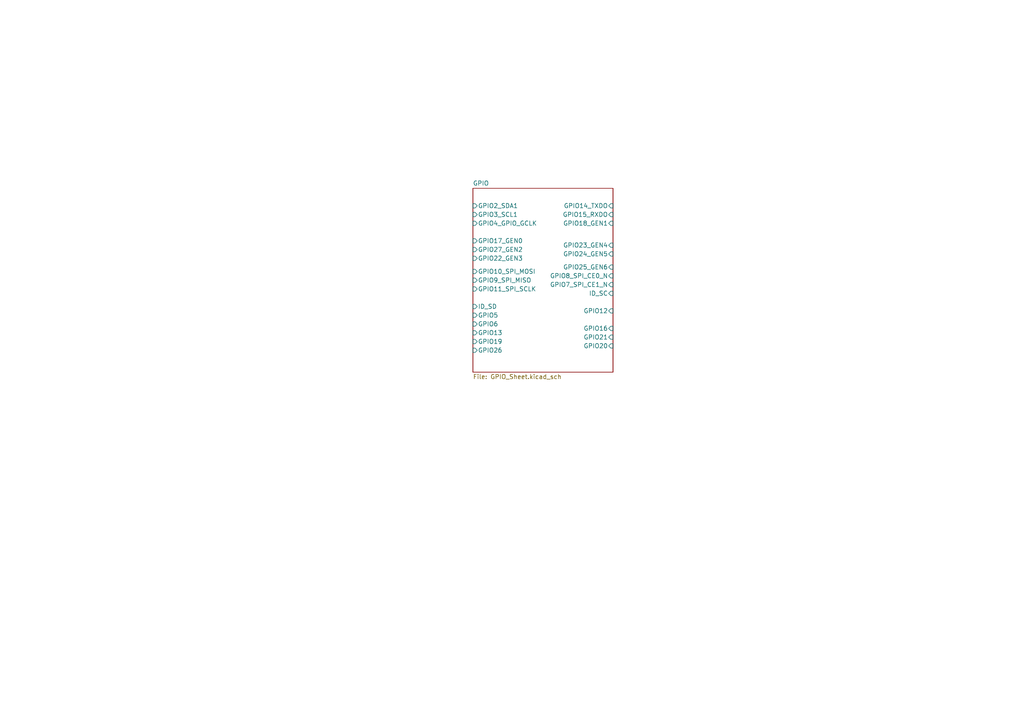
<source format=kicad_sch>
(kicad_sch (version 20230121) (generator eeschema)
  (paper "A4")
  (lib_symbols)
  (sheet (at 137.16 54.61) (size 40.64 53.34) (stroke (width 0.1524))
    (property "Sheetname" "GPIO" (at 137.16 53.8984 0) (effects (justify left bottom)))
    (property "Sheetfile" "GPIO_Sheet.kicad_sch" (at 137.16 108.5346 0) (effects (justify left top)))
    (pin "GPIO14_TXDO" input (at 177.8 59.69 0))
    (pin "GPIO18_GEN1" input (at 177.8 64.77 0))
    (pin "GPIO15_RXDO" input (at 177.8 62.23 0))
    (pin "GPIO23_GEN4" input (at 177.8 71.12 0))
    (pin "GPIO24_GEN5" input (at 177.8 73.66 0))
    (pin "GPIO8_SPI_CE0_N" input (at 177.8 80.01 0))
    (pin "GPIO25_GEN6" input (at 177.8 77.47 0))
    (pin "GPIO7_SPI_CE1_N" input (at 177.8 82.55 0))
    (pin "ID_SC" input (at 177.8 85.09 0))
    (pin "GPIO12" input (at 177.8 90.17 0))
    (pin "GPIO16" input (at 177.8 95.25 0))
    (pin "GPIO21" input (at 177.8 97.79 0))
    (pin "GPIO20" input (at 177.8 100.33 0))
    (pin "GPIO19" input (at 137.16 99.06 180))
    (pin "GPIO26" input (at 137.16 101.6 180))
    (pin "ID_SD" input (at 137.16 88.9 180))
    (pin "GPIO6" input (at 137.16 93.98 180))
    (pin "GPIO13" input (at 137.16 96.52 180))
    (pin "GPIO5" input (at 137.16 91.44 180))
    (pin "GPIO4_GPIO_GCLK" input (at 137.16 64.77 180))
    (pin "GPIO2_SDA1" input (at 137.16 59.69 180))
    (pin "GPIO3_SCL1" input (at 137.16 62.23 180))
    (pin "GPIO17_GEN0" input (at 137.16 69.85 180))
    (pin "GPIO22_GEN3" input (at 137.16 74.93 180))
    (pin "GPIO27_GEN2" input (at 137.16 72.39 180))
    (pin "GPIO11_SPI_SCLK" input (at 137.16 83.82 180))
    (pin "GPIO10_SPI_MOSI" input (at 137.16 78.74 180))
    (pin "GPIO9_SPI_MISO" input (at 137.16 81.28 180))
  )
)
</source>
